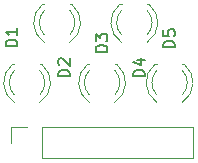
<source format=gto>
%TF.GenerationSoftware,KiCad,Pcbnew,(6.0.10)*%
%TF.CreationDate,2023-01-30T00:45:51+02:00*%
%TF.ProjectId,LEDs Shield,4c454473-2053-4686-9965-6c642e6b6963,rev?*%
%TF.SameCoordinates,Original*%
%TF.FileFunction,Legend,Top*%
%TF.FilePolarity,Positive*%
%FSLAX46Y46*%
G04 Gerber Fmt 4.6, Leading zero omitted, Abs format (unit mm)*
G04 Created by KiCad (PCBNEW (6.0.10)) date 2023-01-30 00:45:51*
%MOMM*%
%LPD*%
G01*
G04 APERTURE LIST*
%ADD10C,0.150000*%
%ADD11C,0.120000*%
%ADD12R,1.800000X1.800000*%
%ADD13C,1.800000*%
%ADD14R,1.700000X1.700000*%
%ADD15O,1.700000X1.700000*%
G04 APERTURE END LIST*
D10*
%TO.C,D5*%
X163317380Y-89399582D02*
X162317380Y-89399582D01*
X162317380Y-89161487D01*
X162365000Y-89018629D01*
X162460238Y-88923391D01*
X162555476Y-88875772D01*
X162745952Y-88828153D01*
X162888809Y-88828153D01*
X163079285Y-88875772D01*
X163174523Y-88923391D01*
X163269761Y-89018629D01*
X163317380Y-89161487D01*
X163317380Y-89399582D01*
X162317380Y-87923391D02*
X162317380Y-88399582D01*
X162793571Y-88447201D01*
X162745952Y-88399582D01*
X162698333Y-88304344D01*
X162698333Y-88066248D01*
X162745952Y-87971010D01*
X162793571Y-87923391D01*
X162888809Y-87875772D01*
X163126904Y-87875772D01*
X163222142Y-87923391D01*
X163269761Y-87971010D01*
X163317380Y-88066248D01*
X163317380Y-88304344D01*
X163269761Y-88399582D01*
X163222142Y-88447201D01*
%TO.C,D4*%
X160777380Y-91848095D02*
X159777380Y-91848095D01*
X159777380Y-91610000D01*
X159825000Y-91467142D01*
X159920238Y-91371904D01*
X160015476Y-91324285D01*
X160205952Y-91276666D01*
X160348809Y-91276666D01*
X160539285Y-91324285D01*
X160634523Y-91371904D01*
X160729761Y-91467142D01*
X160777380Y-91610000D01*
X160777380Y-91848095D01*
X160110714Y-90419523D02*
X160777380Y-90419523D01*
X159729761Y-90657619D02*
X160444047Y-90895714D01*
X160444047Y-90276666D01*
%TO.C,D3*%
X157602380Y-89773095D02*
X156602380Y-89773095D01*
X156602380Y-89535000D01*
X156650000Y-89392142D01*
X156745238Y-89296904D01*
X156840476Y-89249285D01*
X157030952Y-89201666D01*
X157173809Y-89201666D01*
X157364285Y-89249285D01*
X157459523Y-89296904D01*
X157554761Y-89392142D01*
X157602380Y-89535000D01*
X157602380Y-89773095D01*
X156602380Y-88868333D02*
X156602380Y-88249285D01*
X156983333Y-88582619D01*
X156983333Y-88439761D01*
X157030952Y-88344523D01*
X157078571Y-88296904D01*
X157173809Y-88249285D01*
X157411904Y-88249285D01*
X157507142Y-88296904D01*
X157554761Y-88344523D01*
X157602380Y-88439761D01*
X157602380Y-88725476D01*
X157554761Y-88820714D01*
X157507142Y-88868333D01*
%TO.C,D2*%
X154427380Y-91843095D02*
X153427380Y-91843095D01*
X153427380Y-91605000D01*
X153475000Y-91462142D01*
X153570238Y-91366904D01*
X153665476Y-91319285D01*
X153855952Y-91271666D01*
X153998809Y-91271666D01*
X154189285Y-91319285D01*
X154284523Y-91366904D01*
X154379761Y-91462142D01*
X154427380Y-91605000D01*
X154427380Y-91843095D01*
X153522619Y-90890714D02*
X153475000Y-90843095D01*
X153427380Y-90747857D01*
X153427380Y-90509761D01*
X153475000Y-90414523D01*
X153522619Y-90366904D01*
X153617857Y-90319285D01*
X153713095Y-90319285D01*
X153855952Y-90366904D01*
X154427380Y-90938333D01*
X154427380Y-90319285D01*
%TO.C,D1*%
X149982380Y-89308095D02*
X148982380Y-89308095D01*
X148982380Y-89070000D01*
X149030000Y-88927142D01*
X149125238Y-88831904D01*
X149220476Y-88784285D01*
X149410952Y-88736666D01*
X149553809Y-88736666D01*
X149744285Y-88784285D01*
X149839523Y-88831904D01*
X149934761Y-88927142D01*
X149982380Y-89070000D01*
X149982380Y-89308095D01*
X149982380Y-87784285D02*
X149982380Y-88355714D01*
X149982380Y-88070000D02*
X148982380Y-88070000D01*
X149125238Y-88165238D01*
X149220476Y-88260476D01*
X149268095Y-88355714D01*
D11*
%TO.C,D5*%
X164101000Y-90815000D02*
X163945000Y-90815000D01*
X161785000Y-90815000D02*
X161629000Y-90815000D01*
X163944837Y-93416130D02*
G75*
G03*
X163945000Y-91334039I-1079837J1041130D01*
G01*
X161629484Y-90815000D02*
G75*
G03*
X161786392Y-94047335I1235516J-1560000D01*
G01*
X161785000Y-91334039D02*
G75*
G03*
X161785163Y-93416130I1080000J-1040961D01*
G01*
X163943608Y-94047335D02*
G75*
G03*
X164100516Y-90815000I-1078608J1672335D01*
G01*
%TO.C,D4*%
X160958608Y-88967335D02*
G75*
G03*
X161115516Y-85735000I-1078608J1672335D01*
G01*
X158800000Y-86254039D02*
G75*
G03*
X158800163Y-88336130I1080000J-1040961D01*
G01*
X158644484Y-85735000D02*
G75*
G03*
X158801392Y-88967335I1235516J-1560000D01*
G01*
X160959837Y-88336130D02*
G75*
G03*
X160960000Y-86254039I-1079837J1041130D01*
G01*
X158800000Y-85735000D02*
X158644000Y-85735000D01*
X161116000Y-85735000D02*
X160960000Y-85735000D01*
%TO.C,D3*%
X158386000Y-90815000D02*
X158230000Y-90815000D01*
X156070000Y-90815000D02*
X155914000Y-90815000D01*
X158229837Y-93416130D02*
G75*
G03*
X158230000Y-91334039I-1079837J1041130D01*
G01*
X155914484Y-90815000D02*
G75*
G03*
X156071392Y-94047335I1235516J-1560000D01*
G01*
X156070000Y-91334039D02*
G75*
G03*
X156070163Y-93416130I1080000J-1040961D01*
G01*
X158228608Y-94047335D02*
G75*
G03*
X158385516Y-90815000I-1078608J1672335D01*
G01*
%TO.C,D2*%
X154418608Y-88967335D02*
G75*
G03*
X154575516Y-85735000I-1078608J1672335D01*
G01*
X152260000Y-86254039D02*
G75*
G03*
X152260163Y-88336130I1080000J-1040961D01*
G01*
X152104484Y-85735000D02*
G75*
G03*
X152261392Y-88967335I1235516J-1560000D01*
G01*
X154419837Y-88336130D02*
G75*
G03*
X154420000Y-86254039I-1079837J1041130D01*
G01*
X152260000Y-85735000D02*
X152104000Y-85735000D01*
X154576000Y-85735000D02*
X154420000Y-85735000D01*
%TO.C,D1*%
X152036000Y-90820000D02*
X151880000Y-90820000D01*
X149720000Y-90820000D02*
X149564000Y-90820000D01*
X151879837Y-93421130D02*
G75*
G03*
X151880000Y-91339039I-1079837J1041130D01*
G01*
X149564484Y-90820000D02*
G75*
G03*
X149721392Y-94052335I1235516J-1560000D01*
G01*
X149720000Y-91339039D02*
G75*
G03*
X149720163Y-93421130I1080000J-1040961D01*
G01*
X151878608Y-94052335D02*
G75*
G03*
X152035516Y-90820000I-1078608J1672335D01*
G01*
%TO.C,J3*%
X152070000Y-96130000D02*
X164830000Y-96130000D01*
X149470000Y-97460000D02*
X149470000Y-96130000D01*
X152070000Y-98790000D02*
X152070000Y-96130000D01*
X152070000Y-98790000D02*
X164830000Y-98790000D01*
X164830000Y-98790000D02*
X164830000Y-96130000D01*
X149470000Y-96130000D02*
X150800000Y-96130000D01*
%TD*%
%LPC*%
D12*
%TO.C,D5*%
X162865000Y-91105000D03*
D13*
X162865000Y-93645000D03*
%TD*%
%TO.C,D4*%
X159880000Y-88565000D03*
D12*
X159880000Y-86025000D03*
%TD*%
%TO.C,D3*%
X157150000Y-91105000D03*
D13*
X157150000Y-93645000D03*
%TD*%
%TO.C,D2*%
X153340000Y-88565000D03*
D12*
X153340000Y-86025000D03*
%TD*%
%TO.C,D1*%
X150800000Y-91110000D03*
D13*
X150800000Y-93650000D03*
%TD*%
D14*
%TO.C,J3*%
X150800000Y-97460000D03*
D15*
X153340000Y-97460000D03*
X155880000Y-97460000D03*
X158420000Y-97460000D03*
X160960000Y-97460000D03*
X163500000Y-97460000D03*
%TD*%
M02*

</source>
